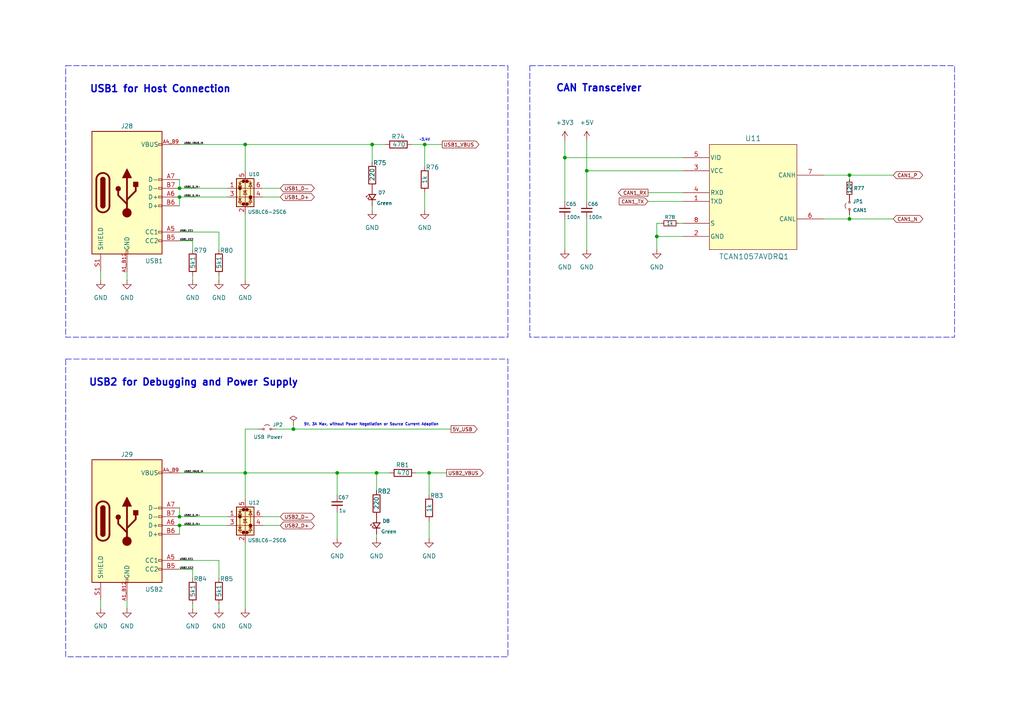
<source format=kicad_sch>
(kicad_sch (version 20250114) (generator "eeschema") (generator_version "9.0")
  (paper "A4")
  (title_block (title "LARS Hardware Interface") (date "2025-03-04") (rev "v1.0") (company "CAuDri e.V.") (comment 1 "Source: https://ohwr.org/cern_ohl_w_v2.txt") (comment 2 "A copy of the license is included in the LICENSE file.") (comment 3 "Redistribution and modifications must comply with CERN-OHL-W v2.") (comment 4 "This design is licensed under CERN Open Hardware Licence Version 2."))
  (lib_symbols
    (symbol "LARS_Hardware_Interface:C_Small" (pin_numbers (hide yes)) (pin_names (offset 0.254) (hide yes))
      (property "Reference" "C" (at 0.254 1.778 0))
      (property "Value" "C_Small" (at 0.254 -2.032 0))
      (symbol "C_Small_0_1"
        (polyline (pts (xy -1.524 0.508) (xy 1.524 0.508)) (stroke (width 0.3048)))
        (polyline (pts (xy -1.524 -0.508) (xy 1.524 -0.508)) (stroke (width 0.3302)))
      )
      (symbol "C_Small_1_1"
        (pin passive line (at 0 2.54 270) (length 2.032) (name "~") (number "1"))
        (pin passive line (at 0 -2.54 90) (length 2.032) (name "~") (number "2"))
      )
    )
    (symbol "LARS_Hardware_Interface:Jumper_2_Small_Open" (pin_numbers (hide yes)) (pin_names (offset 0) (hide yes)) (exclude_from_sim yes)
      (property "Reference" "JP" (at 0 2.794 0))
      (property "Value" "Jumper_2_Small_Open" (at 0 -2.286 0))
      (symbol "Jumper_2_Small_Open_0_0"
        (circle (center -1.016 0) (radius 0.254))
        (circle (center 1.016 0) (radius 0.254))
      )
      (symbol "Jumper_2_Small_Open_0_1"
        (arc (start -0.762 1.0196) (mid 0 1.2729) (end 0.762 1.0196))
      )
      (symbol "Jumper_2_Small_Open_1_1"
        (pin passive line (at -2.54 0 0) (length 1.27) (name "A") (number "1"))
        (pin passive line (at 2.54 0 180) (length 1.27) (name "B") (number "2"))
      )
    )
    (symbol "LARS_Hardware_Interface:LED_Small" (pin_numbers (hide yes)) (pin_names (offset 0.254) (hide yes))
      (property "Reference" "D" (at -1.27 3.175 0))
      (property "Value" "LED_Small" (at -4.445 -2.54 0))
      (symbol "LED_Small_0_1"
        (polyline (pts (xy -0.762 -1.016) (xy -0.762 1.016)) (stroke (width 0.254)))
        (polyline (pts (xy 0 0.762) (xy -0.508 1.27) (xy -0.254 1.27) (xy -0.508 1.27) (xy -0.508 1.016)))
        (polyline (pts (xy 0.508 1.27) (xy 0 1.778) (xy 0.254 1.778) (xy 0 1.778) (xy 0 1.524)))
        (polyline (pts (xy 0.762 -1.016) (xy -0.762 0) (xy 0.762 1.016) (xy 0.762 -1.016)) (stroke (width 0.254)))
      )
      (symbol "LED_Small_1_1"
        (pin passive line (at -2.54 0 0) (length 1.778) (name "K") (number "1"))
        (pin passive line (at 2.54 0 180) (length 1.778) (name "A") (number "2"))
      )
    )
    (symbol "LARS_Hardware_Interface:R" (pin_numbers (hide yes)) (pin_names (offset 0))
      (property "Reference" "R" (at 2.032 0 90))
      (property "Value" "R" (at 0 0 90))
      (symbol "R_0_1"
        (rectangle (start -1.016 -2.54) (end 1.016 2.54) (stroke (width 0.254)))
      )
      (symbol "R_1_1"
        (pin passive line (at 0 3.81 270) (length 1.27) (name "~") (number "1"))
        (pin passive line (at 0 -3.81 90) (length 1.27) (name "~") (number "2"))
      )
    )
    (symbol "LARS_Hardware_Interface:R_Small" (pin_numbers (hide yes)) (pin_names (offset 0.254) (hide yes))
      (property "Reference" "R" (at 0.762 0.508 0))
      (property "Value" "R_Small" (at 0.762 -1.016 0))
      (symbol "R_Small_0_1"
        (rectangle (start -0.762 1.778) (end 0.762 -1.778) (stroke (width 0.2032)))
      )
      (symbol "R_Small_1_1"
        (pin passive line (at 0 2.54 270) (length 0.762) (name "~") (number "1"))
        (pin passive line (at 0 -2.54 90) (length 0.762) (name "~") (number "2"))
      )
    )
    (symbol "LARS_Hardware_Interface:TCAN1057AVDRQ1" (pin_names (offset 0.254))
      (property "Reference" "U" (at 0 17.78 0))
      (property "Value" "TCAN1057AVDRQ1" (at 0.508 -18.288 0))
      (symbol "TCAN1057AVDRQ1_0_1"
        (pin power_in line (at -20.32 7.62 0) (length 7.62) (name "VCC") (number "3"))
        (pin output line (at -20.32 1.27 0) (length 7.62) (name "RXD") (number "4"))
        (pin input line (at -20.32 -1.27 0) (length 7.62) (name "TXD") (number "1"))
        (pin input line (at -20.32 -7.62 0) (length 7.62) (name "S") (number "8"))
        (pin bidirectional line (at 20.32 6.35 180) (length 7.62) (name "CANH") (number "7"))
        (pin bidirectional line (at 20.32 -6.35 180) (length 7.62) (name "CANL") (number "6"))
      )
      (symbol "TCAN1057AVDRQ1_1_1"
        (rectangle (start -12.7 15.24) (end 12.7 -15.24) (fill (type background)))
        (pin power_in line (at -20.32 11.43 0) (length 7.62) (name "VIO") (number "5"))
        (pin power_in line (at -20.32 -11.43 0) (length 7.62) (name "GND") (number "2"))
      )
    )
    (symbol "LARS_Hardware_Interface:USBLC6-2SC6" (pin_names (hide yes))
      (property "Reference" "U" (at 0.635 5.715 0))
      (property "Value" "USBLC6-2SC6" (at 0.635 3.81 0))
      (symbol "USBLC6-2SC6_0_0"
        (circle (center -1.524 0) (radius 0.0001) (stroke (width 0.508)))
        (circle (center -0.508 2.032) (radius 0.0001) (stroke (width 0.508)))
        (circle (center -0.508 -4.572) (radius 0.0001) (stroke (width 0.508)))
        (circle (center 0.508 2.032) (radius 0.0001) (stroke (width 0.508)))
        (circle (center 0.508 -4.572) (radius 0.0001) (stroke (width 0.508)))
        (circle (center 1.524 -2.54) (radius 0.0001) (stroke (width 0.508)))
      )
      (symbol "USBLC6-2SC6_0_1"
        (polyline (pts (xy -2.54 0) (xy 2.54 0)))
        (polyline (pts (xy -2.54 -2.54) (xy 2.54 -2.54)))
        (polyline (pts (xy -2.032 0.508) (xy -1.016 0.508) (xy -1.524 1.524) (xy -2.032 0.508)))
        (polyline (pts (xy -2.032 -3.048) (xy -1.016 -3.048)))
        (polyline (pts (xy -1.016 1.524) (xy -2.032 1.524)))
        (polyline (pts (xy -1.016 -4.064) (xy -2.032 -4.064) (xy -1.524 -3.048) (xy -1.016 -4.064)))
        (polyline (pts (xy -0.508 -1.143) (xy -0.508 -0.762) (xy 0.508 -0.762)))
        (polyline (pts (xy 0 2.54) (xy -0.508 2.032) (xy 0.508 2.032) (xy 0 1.524) (xy 0 -4.064) (xy -0.508 -4.572) (xy 0.508 -4.572) (xy 0 -5.08)))
        (polyline (pts (xy 0.508 -1.778) (xy -0.508 -1.778) (xy 0 -0.762) (xy 0.508 -1.778)))
        (polyline (pts (xy 1.016 1.524) (xy 2.032 1.524)))
        (polyline (pts (xy 1.016 -3.048) (xy 2.032 -3.048)))
        (polyline (pts (xy 2.032 0.508) (xy 1.016 0.508) (xy 1.524 1.524) (xy 2.032 0.508)))
        (polyline (pts (xy 2.032 -4.064) (xy 1.016 -4.064) (xy 1.524 -3.048) (xy 2.032 -4.064)))
      )
      (symbol "USBLC6-2SC6_1_1"
        (rectangle (start -2.54 2.794) (end 2.54 -5.334) (stroke (width 0.254)) (fill (type background)))
        (polyline (pts (xy -0.508 2.032) (xy -1.524 2.032) (xy -1.524 -4.572) (xy -0.508 -4.572)))
        (polyline (pts (xy 0.508 -4.572) (xy 1.524 -4.572) (xy 1.524 2.032) (xy 0.508 2.032)))
        (pin passive line (at -5.08 0 0) (length 2.54) (name "I/O1") (number "1"))
        (pin passive line (at -5.08 -2.54 0) (length 2.54) (name "I/O2") (number "3"))
        (pin passive line (at 0 5.08 270) (length 2.54) (name "VBUS") (number "5"))
        (pin passive line (at 0 -7.62 90) (length 2.54) (name "GND") (number "2"))
        (pin passive line (at 5.08 0 180) (length 2.54) (name "I/O1") (number "6"))
        (pin passive line (at 5.08 -2.54 180) (length 2.54) (name "I/O2") (number "4"))
      )
    )
    (symbol "LARS_Hardware_Interface:USB_C_Receptacle_USB2.0_14P" (pin_names (offset 1.016))
      (property "Reference" "J" (at 0 22.225 0))
      (property "Value" "USB_C_Receptacle_USB2.0_14P" (at 0 19.685 0))
      (symbol "USB_C_Receptacle_USB2.0_14P_0_0"
        (rectangle (start -0.254 -17.78) (end 0.254 -16.764))
        (rectangle (start 10.16 14.224) (end 9.144 13.716))
        (rectangle (start 10.16 4.064) (end 9.144 3.556))
        (rectangle (start 10.16 1.524) (end 9.144 1.016))
        (rectangle (start 10.16 -1.016) (end 9.144 -1.524))
        (rectangle (start 10.16 -3.556) (end 9.144 -4.064))
        (rectangle (start 10.16 -11.176) (end 9.144 -11.684))
        (rectangle (start 10.16 -13.716) (end 9.144 -14.224))
      )
      (symbol "USB_C_Receptacle_USB2.0_14P_0_1"
        (rectangle (start -10.16 17.78) (end 10.16 -17.78) (stroke (width 0.254)) (fill (type background)))
        (polyline (pts (xy -8.89 -3.81) (xy -8.89 3.81)) (stroke (width 0.508)))
        (rectangle (start -7.62 -3.81) (end -6.35 3.81) (stroke (width 0.254)) (fill (type outline)))
        (arc (start -7.62 3.81) (mid -6.985 4.4423) (end -6.35 3.81) (stroke (width 0.254)))
        (arc (start -7.62 3.81) (mid -6.985 4.4423) (end -6.35 3.81) (stroke (width 0.254)) (fill (type outline)))
        (arc (start -8.89 3.81) (mid -6.985 5.7067) (end -5.08 3.81) (stroke (width 0.508)))
        (arc (start -5.08 -3.81) (mid -6.985 -5.7067) (end -8.89 -3.81) (stroke (width 0.508)))
        (arc (start -6.35 -3.81) (mid -6.985 -4.4423) (end -7.62 -3.81) (stroke (width 0.254)))
        (arc (start -6.35 -3.81) (mid -6.985 -4.4423) (end -7.62 -3.81) (stroke (width 0.254)) (fill (type outline)))
        (polyline (pts (xy -5.08 3.81) (xy -5.08 -3.81)) (stroke (width 0.508)))
        (circle (center -2.54 1.143) (radius 0.635) (stroke (width 0.254)) (fill (type outline)))
        (polyline (pts (xy -1.27 4.318) (xy 0 6.858) (xy 1.27 4.318) (xy -1.27 4.318)) (stroke (width 0.254)) (fill (type outline)))
        (polyline (pts (xy 0 -2.032) (xy 2.54 0.508) (xy 2.54 1.778)) (stroke (width 0.508)))
        (polyline (pts (xy 0 -3.302) (xy -2.54 -0.762) (xy -2.54 0.508)) (stroke (width 0.508)))
        (polyline (pts (xy 0 -5.842) (xy 0 4.318)) (stroke (width 0.508)))
        (circle (center 0 -5.842) (radius 1.27) (fill (type outline)))
        (rectangle (start 1.905 1.778) (end 3.175 3.048) (stroke (width 0.254)) (fill (type outline)))
      )
      (symbol "USB_C_Receptacle_USB2.0_14P_1_1"
        (pin passive line (at -7.62 -22.86 90) (length 5.08) (name "SHIELD") (number "S1"))
        (pin passive line (at 0 -22.86 90) (length 5.08) (name "GND") (number "A1_B12"))
        (pin passive line (at 0 -22.86 90) (length 5.08) (hide yes) (name "GND") (number "B1_A12"))
        (pin passive line (at 15.24 13.97 180) (length 5.08) (name "VBUS") (number "A4_B9"))
        (pin passive line (at 15.24 13.97 180) (length 5.08) (hide yes) (name "VBUS") (number "B4_A9"))
        (pin bidirectional line (at 15.24 3.81 180) (length 5.08) (name "D-") (number "A7"))
        (pin bidirectional line (at 15.24 1.27 180) (length 5.08) (name "D-") (number "B7"))
        (pin bidirectional line (at 15.24 -1.27 180) (length 5.08) (name "D+") (number "A6"))
        (pin bidirectional line (at 15.24 -3.81 180) (length 5.08) (name "D+") (number "B6"))
        (pin bidirectional line (at 15.24 -11.43 180) (length 5.08) (name "CC1") (number "A5"))
        (pin bidirectional line (at 15.24 -13.97 180) (length 5.08) (name "CC2") (number "B5"))
      )
    )
    (symbol "power:+3.3V" (power) (pin_numbers (hide yes)) (pin_names (offset 0) (hide yes))
      (property "Value" "+3.3V" (at 0 3.556 0))
      (symbol "+3.3V_0_1"
        (polyline (pts (xy -0.762 1.27) (xy 0 2.54)))
        (polyline (pts (xy 0 2.54) (xy 0.762 1.27)))
        (polyline (pts (xy 0 0) (xy 0 2.54)))
      )
      (symbol "+3.3V_1_1"
        (pin power_in line (at 0 0 90) (length 0) (name "~") (number "1"))
      )
    )
    (symbol "power:GND" (power) (pin_numbers (hide yes)) (pin_names (offset 0) (hide yes))
      (property "Value" "GND" (at 0 -3.81 0))
      (symbol "GND_0_1"
        (polyline (pts (xy 0 0) (xy 0 -1.27) (xy 1.27 -1.27) (xy 0 -2.54) (xy -1.27 -1.27) (xy 0 -1.27)))
      )
      (symbol "GND_1_1"
        (pin power_in line (at 0 0 270) (length 0) (name "~") (number "1"))
      )
    )
    (symbol "power:PWR_FLAG" (power) (pin_numbers (hide yes)) (pin_names (offset 0) (hide yes))
      (property "Value" "PWR_FLAG" (at 0 3.81 0))
      (symbol "PWR_FLAG_0_0"
        (pin power_out line (at 0 0 90) (length 0) (name "~") (number "1"))
      )
      (symbol "PWR_FLAG_0_1"
        (polyline (pts (xy 0 0) (xy 0 1.27) (xy -1.016 1.905) (xy 0 2.54) (xy 1.016 1.905) (xy 0 1.27)))
      )
    )
  )
  (rectangle (start 19.05 104.14) (end 147.32 190.5) (stroke (width 0) (type dash)))
  (rectangle (start 153.67 19.05) (end 276.86 97.79) (stroke (width 0) (type dash)))
  (rectangle (start 19.05 19.05) (end 147.32 97.79) (stroke (width 0) (type dash)))
  (text "~3.4V" (at 123.19 40.64 0) (effects (font (size 0.762 0.762))))
  (text "CAN Transceiver" (at 173.736 25.654 0) (effects (font (size 2.032 2.032) (thickness 0.4064) (bold yes))))
  (text "5V, 3A Max, without Power Negotiation or Source Current Adaption" (at 107.696 123.19 0) (effects (font (size 0.762 0.762))))
  (text "USB2 for Debugging and Power Supply" (at 56.134 110.998 0) (effects (font (size 2.032 2.032) (thickness 0.4064) (bold yes))))
  (text "USB1 for Host Connection" (at 46.482 25.908 0) (effects (font (size 2.032 2.032) (thickness 0.4064) (bold yes))))
  (junction (at 170.18 49.53))
  (junction (at 52.07 152.4))
  (junction (at 85.09 124.46))
  (junction (at 190.5 68.58))
  (junction (at 52.07 57.15))
  (junction (at 124.46 137.16))
  (junction (at 109.22 137.16))
  (junction (at 71.12 137.16))
  (junction (at 246.38 50.8))
  (junction (at 71.12 41.91))
  (junction (at 52.07 149.86))
  (junction (at 107.95 41.91))
  (junction (at 123.19 41.91))
  (junction (at 163.83 45.72))
  (junction (at 97.79 137.16))
  (junction (at 246.38 63.5))
  (junction (at 52.07 54.61))
  (wire (pts (xy 81.28 149.86) (xy 76.2 149.86)))
  (wire (pts (xy 190.5 68.58) (xy 198.12 68.58)))
  (wire (pts (xy 71.12 62.23) (xy 71.12 81.28)))
  (wire (pts (xy 196.85 64.77) (xy 198.12 64.77)))
  (wire (pts (xy 63.5 176.53) (xy 63.5 175.26)))
  (wire (pts (xy 163.83 45.72) (xy 163.83 58.42)))
  (wire (pts (xy 52.07 69.85) (xy 55.88 69.85)))
  (wire (pts (xy 55.88 81.28) (xy 55.88 80.01)))
  (wire (pts (xy 97.79 137.16) (xy 109.22 137.16)))
  (wire (pts (xy 163.83 45.72) (xy 198.12 45.72)))
  (wire (pts (xy 246.38 62.23) (xy 246.38 63.5)))
  (wire (pts (xy 124.46 156.21) (xy 124.46 151.13)))
  (wire (pts (xy 52.07 147.32) (xy 52.07 149.86)))
  (wire (pts (xy 52.07 152.4) (xy 66.04 152.4)))
  (wire (pts (xy 97.79 148.59) (xy 97.79 156.21)))
  (wire (pts (xy 97.79 137.16) (xy 97.79 143.51)))
  (wire (pts (xy 190.5 64.77) (xy 191.77 64.77)))
  (wire (pts (xy 71.12 41.91) (xy 71.12 49.53)))
  (wire (pts (xy 52.07 165.1) (xy 55.88 165.1)))
  (wire (pts (xy 109.22 154.94) (xy 109.22 156.21)))
  (wire (pts (xy 63.5 167.64) (xy 63.5 162.56)))
  (wire (pts (xy 123.19 60.96) (xy 123.19 55.88)))
  (wire (pts (xy 29.21 173.99) (xy 29.21 176.53)))
  (wire (pts (xy 52.07 41.91) (xy 71.12 41.91)))
  (wire (pts (xy 52.07 57.15) (xy 66.04 57.15)))
  (wire (pts (xy 71.12 137.16) (xy 71.12 144.78)))
  (wire (pts (xy 52.07 137.16) (xy 71.12 137.16)))
  (wire (pts (xy 187.96 58.42) (xy 198.12 58.42)))
  (wire (pts (xy 36.83 78.74) (xy 36.83 81.28)))
  (wire (pts (xy 190.5 72.39) (xy 190.5 68.58)))
  (wire (pts (xy 107.95 41.91) (xy 111.76 41.91)))
  (wire (pts (xy 238.76 50.8) (xy 246.38 50.8)))
  (wire (pts (xy 163.83 63.5) (xy 163.83 72.39)))
  (wire (pts (xy 123.19 41.91) (xy 128.27 41.91)))
  (wire (pts (xy 63.5 81.28) (xy 63.5 80.01)))
  (wire (pts (xy 52.07 67.31) (xy 63.5 67.31)))
  (wire (pts (xy 109.22 142.24) (xy 109.22 137.16)))
  (wire (pts (xy 246.38 63.5) (xy 259.08 63.5)))
  (wire (pts (xy 107.95 46.99) (xy 107.95 41.91)))
  (wire (pts (xy 71.12 41.91) (xy 107.95 41.91)))
  (wire (pts (xy 163.83 40.64) (xy 163.83 45.72)))
  (wire (pts (xy 238.76 63.5) (xy 246.38 63.5)))
  (wire (pts (xy 52.07 54.61) (xy 66.04 54.61)))
  (wire (pts (xy 55.88 176.53) (xy 55.88 175.26)))
  (wire (pts (xy 170.18 63.5) (xy 170.18 72.39)))
  (wire (pts (xy 55.88 165.1) (xy 55.88 167.64)))
  (wire (pts (xy 246.38 50.8) (xy 246.38 52.07)))
  (wire (pts (xy 52.07 149.86) (xy 66.04 149.86)))
  (wire (pts (xy 52.07 152.4) (xy 52.07 154.94)))
  (wire (pts (xy 29.21 78.74) (xy 29.21 81.28)))
  (wire (pts (xy 71.12 124.46) (xy 74.93 124.46)))
  (wire (pts (xy 109.22 137.16) (xy 113.03 137.16)))
  (wire (pts (xy 124.46 137.16) (xy 129.54 137.16)))
  (wire (pts (xy 190.5 68.58) (xy 190.5 64.77)))
  (wire (pts (xy 76.2 152.4) (xy 81.28 152.4)))
  (wire (pts (xy 81.28 54.61) (xy 76.2 54.61)))
  (wire (pts (xy 123.19 41.91) (xy 123.19 48.26)))
  (wire (pts (xy 71.12 157.48) (xy 71.12 176.53)))
  (wire (pts (xy 170.18 40.64) (xy 170.18 49.53)))
  (wire (pts (xy 246.38 50.8) (xy 259.08 50.8)))
  (wire (pts (xy 52.07 52.07) (xy 52.07 54.61)))
  (wire (pts (xy 170.18 49.53) (xy 170.18 58.42)))
  (wire (pts (xy 170.18 49.53) (xy 198.12 49.53)))
  (wire (pts (xy 80.01 124.46) (xy 85.09 124.46)))
  (wire (pts (xy 55.88 69.85) (xy 55.88 72.39)))
  (wire (pts (xy 119.38 41.91) (xy 123.19 41.91)))
  (wire (pts (xy 36.83 173.99) (xy 36.83 176.53)))
  (wire (pts (xy 187.96 55.88) (xy 198.12 55.88)))
  (wire (pts (xy 52.07 57.15) (xy 52.07 59.69)))
  (wire (pts (xy 120.65 137.16) (xy 124.46 137.16)))
  (wire (pts (xy 85.09 123.19) (xy 85.09 124.46)))
  (wire (pts (xy 71.12 137.16) (xy 97.79 137.16)))
  (wire (pts (xy 107.95 59.69) (xy 107.95 60.96)))
  (wire (pts (xy 124.46 137.16) (xy 124.46 143.51)))
  (wire (pts (xy 85.09 124.46) (xy 130.81 124.46)))
  (wire (pts (xy 76.2 57.15) (xy 81.28 57.15)))
  (wire (pts (xy 71.12 124.46) (xy 71.12 137.16)))
  (wire (pts (xy 52.07 162.56) (xy 63.5 162.56)))
  (wire (pts (xy 63.5 72.39) (xy 63.5 67.31)))
  (label "USB1_VBUS_IN" (at 53.34 41.91 0) (effects (font (size 0.508 0.508))))
  (label "USB1_D_IN-" (at 53.34 54.61 0) (effects (font (size 0.508 0.508))))
  (label "USB1_CC1" (at 52.07 67.31 0) (effects (font (size 0.508 0.508))))
  (label "USB2_D_IN+" (at 53.34 152.4 0) (effects (font (size 0.508 0.508))))
  (label "USB2_D_IN-" (at 53.34 149.86 0) (effects (font (size 0.508 0.508))))
  (label "USB2_VBUS_IN" (at 53.34 137.16 0) (effects (font (size 0.508 0.508))))
  (label "USB2_CC2" (at 52.07 165.1 0) (effects (font (size 0.508 0.508))))
  (label "USB1_D_IN+" (at 53.34 57.15 0) (effects (font (size 0.508 0.508))))
  (label "USB2_CC1" (at 52.07 162.56 0) (effects (font (size 0.508 0.508))))
  (label "USB1_CC2" (at 52.07 69.85 0) (effects (font (size 0.508 0.508))))
  (global_label "USB1_D-" (shape bidirectional) (at 81.28 54.61 0) (effects (font (size 1.016 1.016))) (property "Intersheetrefs" "${INTERSHEET_REFS}" (effects (hide yes))))
  (global_label "USB2_D-" (shape bidirectional) (at 81.28 149.86 0) (effects (font (size 1.016 1.016))) (property "Intersheetrefs" "${INTERSHEET_REFS}" (effects (hide yes))))
  (global_label "CAN1_RX" (shape output) (at 187.96 55.88 180) (effects (font (size 1.016 1.016))) (property "Intersheetrefs" "${INTERSHEET_REFS}" (effects (hide yes))))
  (global_label "USB2_VBUS" (shape output) (at 129.54 137.16 0) (effects (font (size 1.016 1.016))) (property "Intersheetrefs" "${INTERSHEET_REFS}" (effects (hide yes))))
  (global_label "USB2_D+" (shape bidirectional) (at 81.28 152.4 0) (effects (font (size 1.016 1.016))) (property "Intersheetrefs" "${INTERSHEET_REFS}" (effects (hide yes))))
  (global_label "CAN1_P" (shape bidirectional) (at 259.08 50.8 0) (effects (font (size 1.016 1.016))) (property "Intersheetrefs" "${INTERSHEET_REFS}" (effects (hide yes))))
  (global_label "5V_USB" (shape output) (at 130.81 124.46 0) (effects (font (size 1.016 1.016))) (property "Intersheetrefs" "${INTERSHEET_REFS}" (effects (hide yes))))
  (global_label "USB1_VBUS" (shape output) (at 128.27 41.91 0) (effects (font (size 1.016 1.016))) (property "Intersheetrefs" "${INTERSHEET_REFS}" (effects (hide yes))))
  (global_label "USB1_D+" (shape bidirectional) (at 81.28 57.15 0) (effects (font (size 1.016 1.016))) (property "Intersheetrefs" "${INTERSHEET_REFS}" (effects (hide yes))))
  (global_label "CAN1_N" (shape bidirectional) (at 259.08 63.5 0) (effects (font (size 1.016 1.016))) (property "Intersheetrefs" "${INTERSHEET_REFS}" (effects (hide yes))))
  (global_label "CAN1_TX" (shape input) (at 187.96 58.42 180) (effects (font (size 1.016 1.016))) (property "Intersheetrefs" "${INTERSHEET_REFS}" (effects (hide yes))))
  (symbol (lib_id "LARS_Hardware_Interface:R") (at 55.88 171.45 0) (unit 1)
    (property "Reference" "R84" (at 56.134 167.894 0) (effects (justify left)))
    (property "Value" "5k1" (at 55.88 173.228 90) (effects (justify left)))
    (property "Footprint" "LARS_Hardware_Interface:R_0805_2012Metric" (effects (hide yes)))
    (property "Description" "Resistor" (effects (hide yes)))
  )
  (symbol (lib_id "LARS_Hardware_Interface:Jumper_2_Small_Open") (at 77.47 124.46 0) (unit 1) (exclude_from_sim yes)
    (property "Reference" "JP2" (at 82.042 123.19 0) (effects (font (size 1.016 1.016)) (justify right)))
    (property "Value" "USB Power" (at 82.042 126.746 0) (effects (font (size 1.016 1.016)) (justify right)))
    (property "Footprint" "LARS_Hardware_Interface:PinHeader_1x02_P2.54mm_Jumper" (effects (hide yes)))
    (property "Description" "Jumper, 2-pole, small symbol, open" (effects (hide yes)))
  )
  (symbol (lib_id "power:GND") (at 123.19 60.96 0) (unit 1)
    (property "Reference" "#PWR0168" (effects (hide yes)))
    (property "Value" "GND" (at 123.19 66.04 0))
    (property "Description" "Power symbol creates a global label with name \"GND\" , ground" (effects (hide yes)))
  )
  (symbol (lib_id "power:GND") (at 170.18 72.39 0) (unit 1)
    (property "Reference" "#PWR0170" (effects (hide yes)))
    (property "Value" "GND" (at 170.18 77.47 0))
    (property "Description" "Power symbol creates a global label with name \"GND\" , ground" (effects (hide yes)))
  )
  (symbol (lib_id "power:PWR_FLAG") (at 85.09 123.19 0) (unit 1)
    (property "Reference" "#FLG03" (effects (hide yes)))
    (property "Value" "PWR_FLAG" (effects (hide yes)))
    (property "Description" "Special symbol for telling ERC where power comes from" (effects (hide yes)))
  )
  (symbol (lib_id "power:GND") (at 63.5 81.28 0) (unit 1)
    (property "Reference" "#PWR0175" (effects (hide yes)))
    (property "Value" "GND" (at 63.5 86.36 0))
    (property "Description" "Power symbol creates a global label with name \"GND\" , ground" (effects (hide yes)))
  )
  (symbol (lib_id "LARS_Hardware_Interface:R") (at 107.95 50.8 0) (unit 1)
    (property "Reference" "R75" (at 108.204 47.244 0) (effects (justify left)))
    (property "Value" "220" (at 107.95 52.578 90) (effects (justify left)))
    (property "Footprint" "LARS_Hardware_Interface:R_0805_2012Metric" (effects (hide yes)))
    (property "Description" "Resistor" (effects (hide yes)))
  )
  (symbol (lib_id "power:+3.3V") (at 163.83 40.64 0) (unit 1)
    (property "Reference" "#PWR0165" (effects (hide yes)))
    (property "Value" "+3V3" (at 163.83 35.56 0))
    (property "Description" "Power symbol creates a global label with name \"+3.3V\"" (effects (hide yes)))
  )
  (symbol (lib_id "LARS_Hardware_Interface:R") (at 109.22 146.05 0) (unit 1)
    (property "Reference" "R82" (at 109.474 142.494 0) (effects (justify left)))
    (property "Value" "220" (at 109.22 147.828 90) (effects (justify left)))
    (property "Footprint" "LARS_Hardware_Interface:R_0805_2012Metric" (effects (hide yes)))
    (property "Description" "Resistor" (effects (hide yes)))
  )
  (symbol (lib_id "LARS_Hardware_Interface:R") (at 124.46 147.32 0) (unit 1)
    (property "Reference" "R83" (at 124.714 143.764 0) (effects (justify left)))
    (property "Value" "1k" (at 124.46 148.59 90) (effects (justify left)))
    (property "Footprint" "LARS_Hardware_Interface:R_0805_2012Metric" (effects (hide yes)))
    (property "Description" "Resistor" (effects (hide yes)))
  )
  (symbol (lib_id "LARS_Hardware_Interface:R") (at 115.57 41.91 270) (unit 1)
    (property "Reference" "R74" (at 113.538 39.624 90) (effects (justify left)))
    (property "Value" "470" (at 113.792 41.91 90) (effects (justify left)))
    (property "Footprint" "LARS_Hardware_Interface:R_0805_2012Metric" (effects (hide yes)))
    (property "Description" "Resistor" (effects (hide yes)))
  )
  (symbol (lib_id "LARS_Hardware_Interface:R") (at 116.84 137.16 270) (unit 1)
    (property "Reference" "R81" (at 114.808 134.874 90) (effects (justify left)))
    (property "Value" "470" (at 115.062 137.16 90) (effects (justify left)))
    (property "Footprint" "LARS_Hardware_Interface:R_0805_2012Metric" (effects (hide yes)))
    (property "Description" "Resistor" (effects (hide yes)))
  )
  (symbol (lib_id "LARS_Hardware_Interface:USBLC6-2SC6") (at 71.12 149.86 0) (unit 1)
    (property "Reference" "U12" (at 72.136 145.796 0) (effects (font (size 1.016 1.016)) (justify left)))
    (property "Value" "USBLC6-2SC6" (at 71.882 156.718 0) (effects (font (size 1.016 1.016)) (justify left)))
    (property "Footprint" "Package_TO_SOT_SMD:SOT-23-6" (effects (hide yes)))
    (property "Datasheet" "https://www.st.com/resource/en/datasheet/usblc6-2.pdf" (effects (hide yes)))
    (property "Description" "Very low capacitance ESD protection diode, 2 data-line, SOT-23-6" (effects (hide yes)))
  )
  (symbol (lib_id "power:GND") (at 163.83 72.39 0) (unit 1)
    (property "Reference" "#PWR0169" (effects (hide yes)))
    (property "Value" "GND" (at 163.83 77.47 0))
    (property "Description" "Power symbol creates a global label with name \"GND\" , ground" (effects (hide yes)))
  )
  (symbol (lib_id "LARS_Hardware_Interface:R_Small") (at 246.38 54.61 0) (unit 1)
    (property "Reference" "R77" (at 249.174 54.61 0) (effects (font (size 1.016 1.016))))
    (property "Value" "120" (at 246.38 54.61 90) (effects (font (size 1.016 1.016))))
    (property "Footprint" "LARS_Hardware_Interface:R_0805_2012Metric" (effects (hide yes)))
    (property "Description" "Resistor, small symbol" (effects (hide yes)))
  )
  (symbol (lib_id "LARS_Hardware_Interface:USB_C_Receptacle_USB2.0_14P") (at 36.83 55.88 0) (unit 1)
    (property "Reference" "J28" (at 36.83 36.576 0))
    (property "Value" "USB1" (at 44.704 75.692 0))
    (property "Footprint" "LARS_Hardware_Interface:GCT_USB4105-GF-A" (effects (hide yes)))
    (property "Datasheet" "https://www.usb.org/sites/default/files/documents/usb_type-c.zip" (effects (hide yes)))
    (property "Description" "USB 2.0-only 14P Type-C Receptacle connector" (effects (hide yes)))
  )
  (symbol (lib_id "LARS_Hardware_Interface:R") (at 63.5 76.2 0) (unit 1)
    (property "Reference" "R80" (at 63.754 72.644 0) (effects (justify left)))
    (property "Value" "5k1" (at 63.5 77.978 90) (effects (justify left)))
    (property "Footprint" "LARS_Hardware_Interface:R_0805_2012Metric" (effects (hide yes)))
    (property "Description" "Resistor" (effects (hide yes)))
  )
  (symbol (lib_id "LARS_Hardware_Interface:C_Small") (at 170.18 60.96 0) (unit 1)
    (property "Reference" "C66" (at 170.434 59.182 0) (effects (font (size 1.016 1.016)) (justify left)))
    (property "Value" "100n" (at 170.688 62.992 0) (effects (font (size 1.016 1.016)) (justify left)))
    (property "Footprint" "LARS_Hardware_Interface:C_0805_2012Metric" (effects (hide yes)))
    (property "Description" "Unpolarized capacitor, small symbol" (effects (hide yes)))
  )
  (symbol (lib_id "power:GND") (at 109.22 156.21 0) (unit 1)
    (property "Reference" "#PWR0178" (effects (hide yes)))
    (property "Value" "GND" (at 109.22 161.29 0))
    (property "Description" "Power symbol creates a global label with name \"GND\" , ground" (effects (hide yes)))
  )
  (symbol (lib_id "power:GND") (at 55.88 176.53 0) (unit 1)
    (property "Reference" "#PWR0182" (effects (hide yes)))
    (property "Value" "GND" (at 55.88 181.61 0))
    (property "Description" "Power symbol creates a global label with name \"GND\" , ground" (effects (hide yes)))
  )
  (symbol (lib_id "power:GND") (at 190.5 72.39 0) (unit 1)
    (property "Reference" "#PWR0171" (effects (hide yes)))
    (property "Value" "GND" (at 190.5 77.47 0))
    (property "Description" "Power symbol creates a global label with name \"GND\" , ground" (effects (hide yes)))
  )
  (symbol (lib_id "power:GND") (at 124.46 156.21 0) (unit 1)
    (property "Reference" "#PWR0179" (effects (hide yes)))
    (property "Value" "GND" (at 124.46 161.29 0))
    (property "Description" "Power symbol creates a global label with name \"GND\" , ground" (effects (hide yes)))
  )
  (symbol (lib_id "LARS_Hardware_Interface:R") (at 123.19 52.07 0) (unit 1)
    (property "Reference" "R76" (at 123.444 48.514 0) (effects (justify left)))
    (property "Value" "1k" (at 123.19 53.34 90) (effects (justify left)))
    (property "Footprint" "LARS_Hardware_Interface:R_0805_2012Metric" (effects (hide yes)))
    (property "Description" "Resistor" (effects (hide yes)))
  )
  (symbol (lib_id "power:GND") (at 29.21 81.28 0) (unit 1)
    (property "Reference" "#PWR0172" (effects (hide yes)))
    (property "Value" "GND" (at 29.21 86.36 0))
    (property "Description" "Power symbol creates a global label with name \"GND\" , ground" (effects (hide yes)))
  )
  (symbol (lib_id "LARS_Hardware_Interface:Jumper_2_Small_Open") (at 246.38 59.69 90) (unit 1) (exclude_from_sim yes)
    (property "Reference" "JP1" (at 247.396 58.42 90) (effects (font (size 1.016 1.016)) (justify right)))
    (property "Value" "CAN1" (at 247.396 60.96 90) (effects (font (size 1.016 1.016)) (justify right)))
    (property "Footprint" "LARS_Hardware_Interface:PinHeader_1x02_P2.54mm_Jumper" (effects (hide yes)))
    (property "Description" "Jumper, 2-pole, small symbol, open" (effects (hide yes)))
  )
  (symbol (lib_id "LARS_Hardware_Interface:LED_Small") (at 107.95 57.15 90) (unit 1)
    (property "Reference" "D7" (at 110.744 55.88 90) (effects (font (size 1.016 1.016))))
    (property "Value" "Green" (at 111.506 58.928 90) (effects (font (size 1.016 1.016))))
    (property "Footprint" "LARS_Hardware_Interface:LED_0603_1608Metric_Green" (effects (hide yes)))
    (property "Description" "Light emitting diode, small symbol" (effects (hide yes)))
  )
  (symbol (lib_id "power:GND") (at 71.12 176.53 0) (unit 1)
    (property "Reference" "#PWR0184" (effects (hide yes)))
    (property "Value" "GND" (at 71.12 181.61 0))
    (property "Description" "Power symbol creates a global label with name \"GND\" , ground" (effects (hide yes)))
  )
  (symbol (lib_id "LARS_Hardware_Interface:R") (at 63.5 171.45 0) (unit 1)
    (property "Reference" "R85" (at 63.754 167.894 0) (effects (justify left)))
    (property "Value" "5k1" (at 63.5 173.228 90) (effects (justify left)))
    (property "Footprint" "LARS_Hardware_Interface:R_0805_2012Metric" (effects (hide yes)))
    (property "Description" "Resistor" (effects (hide yes)))
  )
  (symbol (lib_id "power:GND") (at 36.83 81.28 0) (unit 1)
    (property "Reference" "#PWR0173" (effects (hide yes)))
    (property "Value" "GND" (at 36.83 86.36 0))
    (property "Description" "Power symbol creates a global label with name \"GND\" , ground" (effects (hide yes)))
  )
  (symbol (lib_id "power:GND") (at 71.12 81.28 0) (unit 1)
    (property "Reference" "#PWR0176" (effects (hide yes)))
    (property "Value" "GND" (at 71.12 86.36 0))
    (property "Description" "Power symbol creates a global label with name \"GND\" , ground" (effects (hide yes)))
  )
  (symbol (lib_id "power:GND") (at 55.88 81.28 0) (unit 1)
    (property "Reference" "#PWR0174" (effects (hide yes)))
    (property "Value" "GND" (at 55.88 86.36 0))
    (property "Description" "Power symbol creates a global label with name \"GND\" , ground" (effects (hide yes)))
  )
  (symbol (lib_id "power:GND") (at 107.95 60.96 0) (unit 1)
    (property "Reference" "#PWR0167" (effects (hide yes)))
    (property "Value" "GND" (at 107.95 66.04 0))
    (property "Description" "Power symbol creates a global label with name \"GND\" , ground" (effects (hide yes)))
  )
  (symbol (lib_id "power:+3.3V") (at 170.18 40.64 0) (unit 1)
    (property "Reference" "#PWR0166" (effects (hide yes)))
    (property "Value" "+5V" (at 170.18 35.56 0))
    (property "Description" "Power symbol creates a global label with name \"+3.3V\"" (effects (hide yes)))
  )
  (symbol (lib_id "LARS_Hardware_Interface:R_Small") (at 194.31 64.77 90) (unit 1)
    (property "Reference" "R78" (at 194.31 62.992 90) (effects (font (size 1.016 1.016))))
    (property "Value" "1k" (at 194.31 64.77 90) (effects (font (size 1.016 1.016))))
    (property "Footprint" "LARS_Hardware_Interface:R_0805_2012Metric" (effects (hide yes)))
    (property "Description" "Resistor, small symbol" (effects (hide yes)))
  )
  (symbol (lib_id "LARS_Hardware_Interface:C_Small") (at 97.79 146.05 0) (unit 1)
    (property "Reference" "C67" (at 98.044 144.272 0) (effects (font (size 1.016 1.016)) (justify left)))
    (property "Value" "1u" (at 98.298 148.082 0) (effects (font (size 1.016 1.016)) (justify left)))
    (property "Footprint" "LARS_Hardware_Interface:C_0805_2012Metric" (effects (hide yes)))
    (property "Description" "Unpolarized capacitor, small symbol" (effects (hide yes)))
  )
  (symbol (lib_id "power:GND") (at 36.83 176.53 0) (unit 1)
    (property "Reference" "#PWR0181" (effects (hide yes)))
    (property "Value" "GND" (at 36.83 181.61 0))
    (property "Description" "Power symbol creates a global label with name \"GND\" , ground" (effects (hide yes)))
  )
  (symbol (lib_id "LARS_Hardware_Interface:TCAN1057AVDRQ1") (at 218.44 57.15 0) (unit 1)
    (property "Reference" "U11" (at 218.44 40.132 0) (effects (font (size 1.524 1.524))))
    (property "Value" "TCAN1057AVDRQ1" (at 218.694 74.422 0) (effects (font (size 1.524 1.524))))
    (property "Footprint" "LARS_Hardware_Interface:TCAN1057AVDRQ1" (effects (hide yes)))
    (property "Datasheet" "TCAN1057AVDRQ1" (effects (hide yes)))
    (property "Description" "CAN Transceiver" (effects (hide yes)))
  )
  (symbol (lib_id "LARS_Hardware_Interface:USBLC6-2SC6") (at 71.12 54.61 0) (unit 1)
    (property "Reference" "U10" (at 72.136 50.546 0) (effects (font (size 1.016 1.016)) (justify left)))
    (property "Value" "USBLC6-2SC6" (at 71.882 61.468 0) (effects (font (size 1.016 1.016)) (justify left)))
    (property "Footprint" "Package_TO_SOT_SMD:SOT-23-6" (effects (hide yes)))
    (property "Datasheet" "https://www.st.com/resource/en/datasheet/usblc6-2.pdf" (effects (hide yes)))
    (property "Description" "Very low capacitance ESD protection diode, 2 data-line, SOT-23-6" (effects (hide yes)))
  )
  (symbol (lib_id "LARS_Hardware_Interface:R") (at 55.88 76.2 0) (unit 1)
    (property "Reference" "R79" (at 56.134 72.644 0) (effects (justify left)))
    (property "Value" "5k1" (at 55.88 77.978 90) (effects (justify left)))
    (property "Footprint" "LARS_Hardware_Interface:R_0805_2012Metric" (effects (hide yes)))
    (property "Description" "Resistor" (effects (hide yes)))
  )
  (symbol (lib_id "LARS_Hardware_Interface:LED_Small") (at 109.22 152.4 90) (unit 1)
    (property "Reference" "D8" (at 112.014 151.13 90) (effects (font (size 1.016 1.016))))
    (property "Value" "Green" (at 112.776 154.178 90) (effects (font (size 1.016 1.016))))
    (property "Footprint" "LARS_Hardware_Interface:LED_0603_1608Metric_Green" (effects (hide yes)))
    (property "Description" "Light emitting diode, small symbol" (effects (hide yes)))
  )
  (symbol (lib_id "power:GND") (at 63.5 176.53 0) (unit 1)
    (property "Reference" "#PWR0183" (effects (hide yes)))
    (property "Value" "GND" (at 63.5 181.61 0))
    (property "Description" "Power symbol creates a global label with name \"GND\" , ground" (effects (hide yes)))
  )
  (symbol (lib_id "LARS_Hardware_Interface:C_Small") (at 163.83 60.96 0) (unit 1)
    (property "Reference" "C65" (at 164.084 59.182 0) (effects (font (size 1.016 1.016)) (justify left)))
    (property "Value" "100n" (at 164.338 62.992 0) (effects (font (size 1.016 1.016)) (justify left)))
    (property "Footprint" "LARS_Hardware_Interface:C_0805_2012Metric" (effects (hide yes)))
    (property "Description" "Unpolarized capacitor, small symbol" (effects (hide yes)))
  )
  (symbol (lib_id "power:GND") (at 97.79 156.21 0) (unit 1)
    (property "Reference" "#PWR0177" (effects (hide yes)))
    (property "Value" "GND" (at 97.79 161.29 0))
    (property "Description" "Power symbol creates a global label with name \"GND\" , ground" (effects (hide yes)))
  )
  (symbol (lib_id "power:GND") (at 29.21 176.53 0) (unit 1)
    (property "Reference" "#PWR0180" (effects (hide yes)))
    (property "Value" "GND" (at 29.21 181.61 0))
    (property "Description" "Power symbol creates a global label with name \"GND\" , ground" (effects (hide yes)))
  )
  (symbol (lib_id "LARS_Hardware_Interface:USB_C_Receptacle_USB2.0_14P") (at 36.83 151.13 0) (unit 1)
    (property "Reference" "J29" (at 36.83 131.826 0))
    (property "Value" "USB2" (at 44.704 170.942 0))
    (property "Footprint" "LARS_Hardware_Interface:GCT_USB4105-GF-A" (effects (hide yes)))
    (property "Datasheet" "https://www.usb.org/sites/default/files/documents/usb_type-c.zip" (effects (hide yes)))
    (property "Description" "USB 2.0-only 14P Type-C Receptacle connector" (effects (hide yes)))
  )
)
</source>
